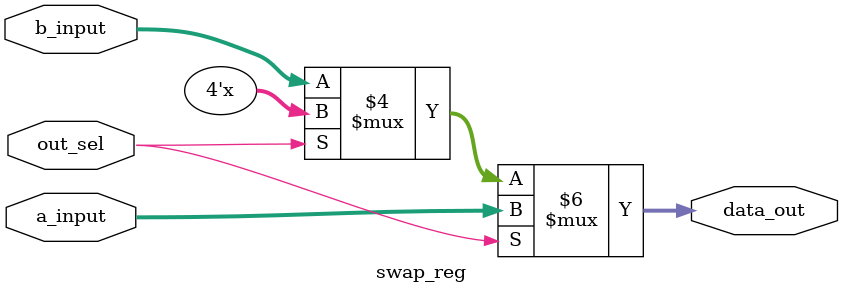
<source format=v>

`timescale 1ns/100ps

module swap_reg(a_input,b_input, out_sel, data_out);

/**
* SWAP REG REGISTER FILE - swap_reg.v
*Inputs:	
*	-a_input (4bits): Address of RS 
*	-b_input (4bits): Address of RT
*	-out_sel 1 bit: choose which register to output to multiplexer. multiplexer inputs into rf
*		0 -> swap rs; 1-> swap rt
*OUTPUTS:
*	-data_out (4bits): Address of register to be swapped
*/

input [3:0] a_input;
input [3:0] b_input;
input out_sel;

output [3:0] data_out;
reg [3:0] data_out;

always @ (a_input,b_input, out_sel)
begin
	if(out_sel == 1'b0)
	begin
		data_out <= b_input;
	end
	if(out_sel == 1'b1)
	begin
		data_out <= a_input;
	end
end

endmodule

</source>
